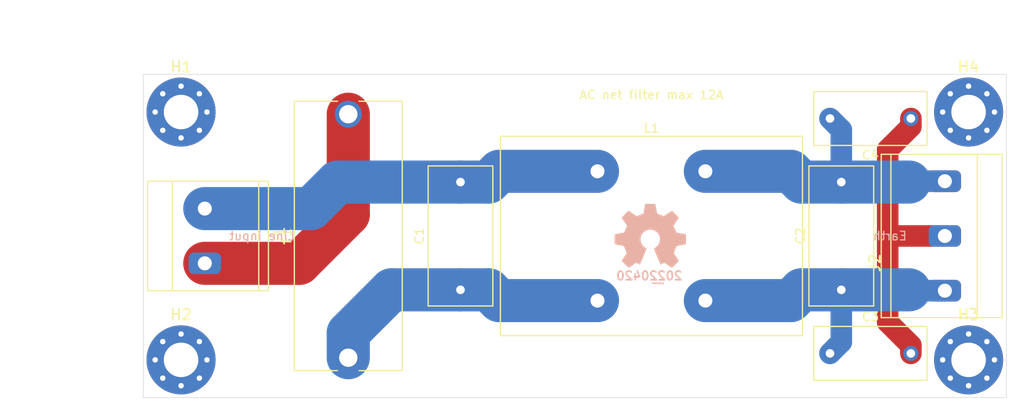
<source format=kicad_pcb>
(kicad_pcb (version 20211014) (generator pcbnew)
  (layers (0 "F.Cu" signal) (31 "B.Cu" signal) (34 "B.Paste" user) (35 "F.Paste" user) (36 "B.SilkS" user "B.Silkscreen") (37 "F.SilkS" user "F.Silkscreen") (38 "B.Mask" user) (39 "F.Mask" user) (44 "Edge.Cuts" user))
  (net 0 "")
  (net 1 "Net-(C1-Pad2)")
  (net 2 "Net-(C1-Pad1)")
  (net 3 "Net-(C2-Pad2)")
  (net 4 "Net-(C2-Pad1)")
  (net 5 "/Earth")
  (net 6 "Net-(F1-Pad2)")
  (footprint "SquantorRcl:C-100-060X130-film" (layer "F.Cu") (at 139.4 75 90)
    (fp_text reference "C1" (at 0 -3.8 90) (layer "F.SilkS") (effects (font (size 0.8 0.8) (thickness 0.12))))
    (fp_text value "X2")
    (fp_line (start 6.5 -3) (end 6.5 3) (layer "F.SilkS") (width 0.12))
    (fp_line (start -6.5 -3) (end 6.5 -3) (layer "F.SilkS") (width 0.12))
    (fp_line (start 6.5 3) (end -6.5 3) (layer "F.SilkS") (width 0.12))
    (fp_line (start -6.5 3) (end -6.5 -3) (layer "F.SilkS") (width 0.12))
    (pad "1" thru_hole circle locked (at -5 0 90) (size 1.3 1.3) (drill 0.8) (layers *.Cu *.Mask) (net 2 "Net-(C1-Pad1)"))
    (pad "2" thru_hole circle locked (at 5 0 90) (size 1.3 1.3) (drill 0.8) (layers *.Cu *.Mask) (net 1 "Net-(C1-Pad2)"))
  )
  (footprint "SquantorRcl:C-100-060X130-film" (layer "F.Cu") (at 174.7 75 90)
    (fp_text reference "C2" (at 0 -3.8 90) (layer "F.SilkS") (effects (font (size 0.8 0.8) (thickness 0.12))))
    (fp_text value "X2")
    (fp_line (start -6.5 3) (end -6.5 -3) (layer "F.SilkS") (width 0.12))
    (fp_line (start 6.5 3) (end -6.5 3) (layer "F.SilkS") (width 0.12))
    (fp_line (start 6.5 -3) (end 6.5 3) (layer "F.SilkS") (width 0.12))
    (fp_line (start -6.5 -3) (end 6.5 -3) (layer "F.SilkS") (width 0.12))
    (pad "1" thru_hole circle locked (at -5 0 90) (size 1.3 1.3) (drill 0.8) (layers *.Cu *.Mask) (net 4 "Net-(C2-Pad1)"))
    (pad "2" thru_hole circle locked (at 5 0 90) (size 1.3 1.3) (drill 0.8) (layers *.Cu *.Mask) (net 3 "Net-(C2-Pad2)"))
  )
  (footprint "SquantorRcl:C-075-050X105-disc" (layer "F.Cu") (at 177.4 85.9)
    (fp_text reference "C3" (at 0 -3.4) (layer "F.SilkS") (effects (font (size 0.8 0.8) (thickness 0.12))))
    (fp_text value "Y2")
    (fp_line (start -5.25 2.5) (end -5.25 -2.5) (layer "F.SilkS") (width 0.12))
    (fp_line (start 5.25 2.5) (end -5.25 2.5) (layer "F.SilkS") (width 0.12))
    (fp_line (start 5.25 -2.5) (end 5.25 2.5) (layer "F.SilkS") (width 0.12))
    (fp_line (start -5.25 -2.5) (end 5.25 -2.5) (layer "F.SilkS") (width 0.12))
    (pad "1" thru_hole circle locked (at -3.75 0) (size 1.4 1.4) (drill 0.8) (layers *.Cu *.Mask) (net 4 "Net-(C2-Pad1)"))
    (pad "2" thru_hole circle locked (at 3.75 0) (size 1.4 1.4) (drill 0.8) (layers *.Cu *.Mask) (net 5 "/Earth"))
  )
  (footprint "SquantorRcl:C-075-050X105-disc" (layer "F.Cu") (at 177.4 64.1 180)
    (fp_text reference "C4" (at 0 -3.4) (layer "F.SilkS") (effects (font (size 0.8 0.8) (thickness 0.12))))
    (fp_text value "Y2")
    (fp_line (start -5.25 2.5) (end -5.25 -2.5) (layer "F.SilkS") (width 0.12))
    (fp_line (start 5.25 2.5) (end -5.25 2.5) (layer "F.SilkS") (width 0.12))
    (fp_line (start -5.25 -2.5) (end 5.25 -2.5) (layer "F.SilkS") (width 0.12))
    (fp_line (start 5.25 -2.5) (end 5.25 2.5) (layer "F.SilkS") (width 0.12))
    (pad "1" thru_hole circle locked (at -3.75 0 180) (size 1.4 1.4) (drill 0.8) (layers *.Cu *.Mask) (net 5 "/Earth"))
    (pad "2" thru_hole circle locked (at 3.75 0 180) (size 1.4 1.4) (drill 0.8) (layers *.Cu *.Mask) (net 3 "Net-(C2-Pad2)"))
  )
  (footprint "SquantorPhoenixContact:MKDS_2conn_508pitch_1711725" (layer "F.Cu") (at 115.7 75 -90)
    (fp_text reference "J1" (at 0 -6.9 90) (layer "F.SilkS"))
    (fp_text value "Conn_01x02")
    (fp_line (start -5.08 3) (end 5.08 3) (layer "F.SilkS") (width 0.12))
    (fp_line (start -5.08 -5) (end 5.08 -5) (layer "F.SilkS") (width 0.12))
    (fp_line (start -5.08 -5.9) (end -5.08 5.3) (layer "F.SilkS") (width 0.12))
    (fp_line (start -5.08 5.3) (end 5.08 5.3) (layer "F.SilkS") (width 0.12))
    (fp_line (start 5.08 -5.9) (end -5.08 -5.9) (layer "F.SilkS") (width 0.12))
    (fp_line (start 5.08 5.3) (end 5.08 -5.9) (layer "F.SilkS") (width 0.12))
    (pad "1" thru_hole roundrect locked (at -2.54 0 270) (size 2 3) (drill 1.3) (layers *.Cu *.Mask) (net 1 "Net-(C1-Pad2)"))
    (pad "2" thru_hole roundrect locked (at 2.54 0 270) (size 2 3) (drill 1.3) (layers *.Cu *.Mask) (net 6 "Net-(F1-Pad2)"))
  )
  (footprint "SquantorPhoenixContact:MKDS_3conn_508pitch_1711725" (layer "F.Cu") (at 184.3 75 90)
    (fp_text reference "J2" (at -2.5 -6.5 90) (layer "F.SilkS"))
    (fp_text value "Conn_01x03")
    (fp_line (start -7.58 -5) (end 7.58 -5) (layer "F.SilkS") (width 0.12))
    (fp_line (start 7.58 5.3) (end 7.58 -5.9) (layer "F.SilkS") (width 0.12))
    (fp_line (start -7.58 5.3) (end 7.58 5.3) (layer "F.SilkS") (width 0.12))
    (fp_line (start -7.58 3) (end 7.58 3) (layer "F.SilkS") (width 0.12))
    (fp_line (start 7.58 -5.9) (end -7.58 -5.9) (layer "F.SilkS") (width 0.12))
    (fp_line (start -7.58 -5.9) (end -7.58 5.3) (layer "F.SilkS") (width 0.12))
    (pad "1" thru_hole roundrect locked (at -5.08 0 90) (size 2 3) (drill 1.3) (layers *.Cu *.Mask) (net 4 "Net-(C2-Pad1)"))
    (pad "2" thru_hole roundrect locked (at 0 0 90) (size 2 3) (drill 1.3) (layers *.Cu *.Mask) (net 5 "/Earth"))
    (pad "3" thru_hole roundrect locked (at 5.08 0 90) (size 2 3) (drill 1.3) (layers *.Cu *.Mask) (net 3 "Net-(C2-Pad2)"))
  )
  (footprint "SquantorRcl:F-FH1-200C" (layer "F.Cu") (at 129 75 90)
    (fp_text reference "F1" (at 0 -5.7 90) (layer "F.SilkS") (effects (font (size 0.8 0.8) (thickness 0.12))))
    (fp_text value "Fuse")
    (fp_line (start 12.5 5) (end 12.5 1) (layer "F.SilkS") (width 0.12))
    (fp_line (start 12.5 -5) (end 12.5 -1) (layer "F.SilkS") (width 0.12))
    (fp_line (start -12.5 5) (end -12.5 1) (layer "F.SilkS") (width 0.12))
    (fp_line (start -12.5 -5) (end 12.5 -5) (layer "F.SilkS") (width 0.12))
    (fp_line (start 12.5 5) (end -12.5 5) (layer "F.SilkS") (width 0.12))
    (fp_line (start -12.5 -5) (end -12.5 -1) (layer "F.SilkS") (width 0.12))
    (pad "1" thru_hole circle locked (at -11.3 0 90) (size 2.5 2.5) (drill 1.7) (layers *.Cu *.Mask) (net 2 "Net-(C1-Pad1)"))
    (pad "2" thru_hole circle locked (at 11.3 0 90) (size 2.5 2.5) (drill 1.7) (layers *.Cu *.Mask) (net 6 "Net-(F1-Pad2)"))
  )
  (footprint "SquantorWurth:LC-744844221" (layer "F.Cu") (at 157.1 75)
    (fp_text reference "L1" (at 0 -10) (layer "F.SilkS") (effects (font (size 0.8 0.8) (thickness 0.12))))
    (fp_text value "744844221")
    (fp_line (start 14 9.25) (end 14 -9.25) (layer "F.SilkS") (width 0.12))
    (fp_line (start 14 -9.25) (end -14 -9.25) (layer "F.SilkS") (width 0.12))
    (fp_line (start -14 -9.25) (end -14 9.25) (layer "F.SilkS") (width 0.12))
    (fp_line (start -14 9.25) (end 14 9.25) (layer "F.SilkS") (width 0.12))
    (pad "1" thru_hole circle locked (at -5 6) (size 2 2) (drill 1.3) (layers *.Cu *.Mask) (net 2 "Net-(C1-Pad1)"))
    (pad "2" thru_hole circle locked (at -5 -6) (size 2 2) (drill 1.3) (layers *.Cu *.Mask) (net 1 "Net-(C1-Pad2)"))
    (pad "3" thru_hole circle locked (at 5 -6) (size 2 2) (drill 1.3) (layers *.Cu *.Mask) (net 3 "Net-(C2-Pad2)"))
    (pad "4" thru_hole circle locked (at 5 6) (size 2 2) (drill 1.3) (layers *.Cu *.Mask) (net 4 "Net-(C2-Pad1)"))
  )
  (footprint "MountingHole:MountingHole_3.2mm_M3_Pad_Via" (layer "F.Cu") (at 113.5 63.5)
    (fp_text reference "H1" (at 0 -4.2) (layer "F.SilkS"))
    (fp_text value "MountingHole")
    (pad "1" thru_hole circle locked (at 0 0) (size 6.4 6.4) (drill 3.2) (layers *.Cu *.Mask))
    (pad "1" thru_hole circle locked (at 2.4 0) (size 0.8 0.8) (drill 0.5) (layers *.Cu *.Mask))
    (pad "1" thru_hole circle locked (at 1.697056 -1.697056) (size 0.8 0.8) (drill 0.5) (layers *.Cu *.Mask))
    (pad "1" thru_hole circle locked (at 1.697056 1.697056) (size 0.8 0.8) (drill 0.5) (layers *.Cu *.Mask))
    (pad "1" thru_hole circle locked (at 0 -2.4) (size 0.8 0.8) (drill 0.5) (layers *.Cu *.Mask))
    (pad "1" thru_hole circle locked (at -1.697056 -1.697056) (size 0.8 0.8) (drill 0.5) (layers *.Cu *.Mask))
    (pad "1" thru_hole circle locked (at -1.697056 1.697056) (size 0.8 0.8) (drill 0.5) (layers *.Cu *.Mask))
    (pad "1" thru_hole circle locked (at 0 2.4) (size 0.8 0.8) (drill 0.5) (layers *.Cu *.Mask))
    (pad "1" thru_hole circle locked (at -2.4 0) (size 0.8 0.8) (drill 0.5) (layers *.Cu *.Mask))
  )
  (footprint "MountingHole:MountingHole_3.2mm_M3_Pad_Via" (layer "F.Cu") (at 113.5 86.5)
    (fp_text reference "H2" (at 0 -4.2) (layer "F.SilkS"))
    (fp_text value "MountingHole")
    (pad "1" thru_hole circle locked (at 0 2.4) (size 0.8 0.8) (drill 0.5) (layers *.Cu *.Mask))
    (pad "1" thru_hole circle locked (at 1.697056 1.697056) (size 0.8 0.8) (drill 0.5) (layers *.Cu *.Mask))
    (pad "1" thru_hole circle locked (at 1.697056 -1.697056) (size 0.8 0.8) (drill 0.5) (layers *.Cu *.Mask))
    (pad "1" thru_hole circle locked (at -1.697056 -1.697056) (size 0.8 0.8) (drill 0.5) (layers *.Cu *.Mask))
    (pad "1" thru_hole circle locked (at -1.697056 1.697056) (size 0.8 0.8) (drill 0.5) (layers *.Cu *.Mask))
    (pad "1" thru_hole circle locked (at 2.4 0) (size 0.8 0.8) (drill 0.5) (layers *.Cu *.Mask))
    (pad "1" thru_hole circle locked (at 0 -2.4) (size 0.8 0.8) (drill 0.5) (layers *.Cu *.Mask))
    (pad "1" thru_hole circle locked (at 0 0) (size 6.4 6.4) (drill 3.2) (layers *.Cu *.Mask))
    (pad "1" thru_hole circle locked (at -2.4 0) (size 0.8 0.8) (drill 0.5) (layers *.Cu *.Mask))
  )
  (footprint "MountingHole:MountingHole_3.2mm_M3_Pad_Via" (layer "F.Cu") (at 186.5 86.5)
    (fp_text reference "H3" (at 0 -4.2) (layer "F.SilkS"))
    (fp_text value "MountingHole")
    (pad "1" thru_hole circle locked (at 2.4 0) (size 0.8 0.8) (drill 0.5) (layers *.Cu *.Mask))
    (pad "1" thru_hole circle locked (at 0 0) (size 6.4 6.4) (drill 3.2) (layers *.Cu *.Mask))
    (pad "1" thru_hole circle locked (at -2.4 0) (size 0.8 0.8) (drill 0.5) (layers *.Cu *.Mask))
    (pad "1" thru_hole circle locked (at 0 -2.4) (size 0.8 0.8) (drill 0.5) (layers *.Cu *.Mask))
    (pad "1" thru_hole circle locked (at -1.697056 -1.697056) (size 0.8 0.8) (drill 0.5) (layers *.Cu *.Mask))
    (pad "1" thru_hole circle locked (at 0 2.4) (size 0.8 0.8) (drill 0.5) (layers *.Cu *.Mask))
    (pad "1" thru_hole circle locked (at -1.697056 1.697056) (size 0.8 0.8) (drill 0.5) (layers *.Cu *.Mask))
    (pad "1" thru_hole circle locked (at 1.697056 -1.697056) (size 0.8 0.8) (drill 0.5) (layers *.Cu *.Mask))
    (pad "1" thru_hole circle locked (at 1.697056 1.697056) (size 0.8 0.8) (drill 0.5) (layers *.Cu *.Mask))
  )
  (footprint "MountingHole:MountingHole_3.2mm_M3_Pad_Via" (layer "F.Cu") (at 186.5 63.5)
    (fp_text reference "H4" (at 0 -4.2) (layer "F.SilkS"))
    (fp_text value "MountingHole")
    (pad "1" thru_hole circle locked (at 0 0) (size 6.4 6.4) (drill 3.2) (layers *.Cu *.Mask))
    (pad "1" thru_hole circle locked (at 2.4 0) (size 0.8 0.8) (drill 0.5) (layers *.Cu *.Mask))
    (pad "1" thru_hole circle locked (at -1.697056 1.697056) (size 0.8 0.8) (drill 0.5) (layers *.Cu *.Mask))
    (pad "1" thru_hole circle locked (at 0 2.4) (size 0.8 0.8) (drill 0.5) (layers *.Cu *.Mask))
    (pad "1" thru_hole circle locked (at 0 -2.4) (size 0.8 0.8) (drill 0.5) (layers *.Cu *.Mask))
    (pad "1" thru_hole circle locked (at 1.697056 1.697056) (size 0.8 0.8) (drill 0.5) (layers *.Cu *.Mask))
    (pad "1" thru_hole circle locked (at 1.697056 -1.697056) (size 0.8 0.8) (drill 0.5) (layers *.Cu *.Mask))
    (pad "1" thru_hole circle locked (at -1.697056 -1.697056) (size 0.8 0.8) (drill 0.5) (layers *.Cu *.Mask))
    (pad "1" thru_hole circle locked (at -2.4 0) (size 0.8 0.8) (drill 0.5) (layers *.Cu *.Mask))
  )
  (footprint "SquantorLabels:Label_Generic" (layer "B.Cu") (at 157.7 78.8 180)
    (fp_text reference "N1" hide)
    (fp_text value "20220420" (at 0.8 0.1) (layer "B.SilkS") (effects (font (size 0.8 0.8)) (justify mirror)))
    (fp_line (start -0.5 -0.6) (end 0.5 -0.6) (layer "B.SilkS") (width 0.15))
  )
  (footprint "Symbol:OSHW-Symbol_6.7x6mm_SilkScreen" (layer "B.Cu") (at 157 75 180)
    (fp_text reference "N2" hide)
    (fp_text value "OHWLOGO" hide)
    (fp_poly (pts (xy 0.555814 2.531069) (xy 0.639635 2.086445) (xy 0.94892 1.958947) (xy 1.258206 1.831449) (xy 1.629246 2.083754) (xy 1.733157 2.154004) (xy 1.827087 2.216728) (xy 1.906652 2.269062) (xy 1.96747 2.308143) (xy 2.005157 2.331107) (xy 2.015421 2.336058) (xy 2.03391 2.323324) (xy 2.07342 2.288118) (xy 2.129522 2.234938) (xy 2.197787 2.168282) (xy 2.273786 2.092646) (xy 2.353092 2.012528) (xy 2.431275 1.932426) (xy 2.503907 1.856836) (xy 2.566559 1.790255) (xy 2.614803 1.737182) (xy 2.64421 1.702113) (xy 2.651241 1.690377) (xy 2.641123 1.66874) (xy 2.612759 1.621338) (xy 2.569129 1.552807) (xy 2.513218 1.467785) (xy 2.448006 1.370907) (xy 2.410219 1.31565) (xy 2.341343 1.214752) (xy 2.28014 1.123701) (xy 2.229578 1.04703) (xy 2.192628 0.989272) (xy 2.172258 0.954957) (xy 2.169197 0.947746) (xy 2.176136 0.927252) (xy 2.195051 0.879487) (xy 2.223087 0.811168) (xy 2.257391 0.729011) (xy 2.295109 0.63973) (xy 2.333387 0.550042) (xy 2.36937 0.466662) (xy 2.400206 0.396306) (xy 2.423039 0.34569) (xy 2.435017 0.321529) (xy 2.435724 0.320578) (xy 2.454531 0.315964) (xy 2.504618 0.305672) (xy 2.580793 0.290713) (xy 2.677865 0.272099) (xy 2.790643 0.250841) (xy 2.856442 0.238582) (xy 2.97695 0.215638) (xy 3.085797 0.193805) (xy 3.177476 0.174278) (xy 3.246481 0.158252) (xy 3.287304 0.146921) (xy 3.295511 0.143326) (xy 3.303548 0.118994) (xy 3.310033 0.064041) (xy 3.31497 -0.015108) (xy 3.318364 -0.112026) (xy 3.320218 -0.220287) (xy 3.320538 -0.333465) (xy 3.319327 -0.445135) (xy 3.31659 -0.548868) (xy 3.312331 -0.638241) (xy 3.306555 -0.706826) (xy 3.299267 -0.748197) (xy 3.294895 -0.75681) (xy 3.268764 -0.767133) (xy 3.213393 -0.781892) (xy 3.136107 -0.799352) (xy 3.04423 -0.81778) (xy 3.012158 -0.823741) (xy 2.857524 -0.852066) (xy 2.735375 -0.874876) (xy 2.641673 -0.89308) (xy 2.572384 -0.907583) (xy 2.523471 -0.919292) (xy 2.490897 -0.929115) (xy 2.470628 -0.937956) (xy 2.458626 -0.946724) (xy 2.456947 -0.948457) (xy 2.440184 -0.976371) (xy 2.414614 -1.030695) (xy 2.382788 -1.104777) (xy 2.34726 -1.191965) (xy 2.310583 -1.285608) (xy 2.275311 -1.379052) (xy 2.243996 -1.465647) (xy 2.219193 -1.53874) (xy 2.203454 -1.591678) (xy 2.199332 -1.617811) (xy 2.199676 -1.618726) (xy 2.213641 -1.640086) (xy 2.245322 -1.687084) (xy 2.291391 -1.754827) (xy 2.348518 -1.838423) (xy 2.413373 -1.932982) (xy 2.431843 -1.959854) (xy 2.497699 -2.057275) (xy 2.55565 -2.146163) (xy 2.602538 -2.221412) (xy 2.635207 -2.27792) (xy 2.6505 -2.310581) (xy 2.651241 -2.314593) (xy 2.638392 -2.335684) (xy 2.602888 -2.377464) (xy 2.549293 -2.435445) (xy 2.482171 -2.505135) (xy 2.406087 -2.582045) (xy 2.325604 -2.661683) (xy 2.245287 -2.739561) (xy 2.169699 -2.811186) (xy 2.103405 -2.87207) (xy 2.050969 -2.917721) (xy 2.016955 -2.94365) (xy 2.007545 -2.947883) (xy 1.985643 -2.937912) (xy 1.9408 -2.91102) (xy 1.880321 -2.871736) (xy 1.833789 -2.840117) (xy 1.749475 -2.782098) (xy 1.649626 -2.713784) (xy 1.549473 -2.645579) (xy 1.495627 -2.609075) (xy 1.313371 -2.4858) (xy 1.160381 -2.56852) (xy 1.090682 -2.604759) (xy 1.031414 -2.632926) (xy 0.991311 -2.648991) (xy 0.981103 -2.651226) (xy 0.968829 -2.634722) (xy 0.944613 -2.588082) (xy 0.910263 -2.515609) (xy 0.867588 -2.421606) (xy 0.818394 -2.310374) (xy 0.76449 -2.186215) (xy 0.707684 -2.053432) (xy 0.649782 -1.916327) (xy 0.592593 -1.779202) (xy 0.537924 -1.646358) (xy 0.487584 -1.522098) (xy 0.44338 -1.410725) (xy 0.407119 -1.316539) (xy 0.380609 -1.243844) (xy 0.365658 -1.196941) (xy 0.363254 -1.180833) (xy 0.382311 -1.160286) (xy 0.424036 -1.126933) (xy 0.479706 -1.087702) (xy 0.484378 -1.084599) (xy 0.628264 -0.969423) (xy 0.744283 -0.835053) (xy 0.83143 -0.685784) (xy 0.888699 -0.525913) (xy 0.915086 -0.359737) (xy 0.909585 -0.191552) (xy 0.87119 -0.025655) (xy 0.798895 0.133658) (xy 0.777626 0.168513) (xy 0.666996 0.309263) (xy 0.536302 0.422286) (xy 0.390064 0.506997) (xy 0.232808 0.562806) (xy 0.069057 0.589126) (xy -0.096667 0.58537) (xy -0.259838 0.55095) (xy -0.415935 0.485277) (xy -0.560433 0.387765) (xy -0.605131 0.348187) (xy -0.718888 0.224297) (xy -0.801782 0.093876) (xy -0.858644 -0.052315) (xy -0.890313 -0.197088) (xy -0.898131 -0.35986) (xy -0.872062 -0.52344) (xy -0.814755 -0.682298) (xy -0.728856 -0.830906) (xy -0.617014 -0.963735) (xy -0.481877 -1.075256) (xy -0.464117 -1.087011) (xy -0.40785 -1.125508) (xy -0.365077 -1.158863) (xy -0.344628 -1.18016) (xy -0.344331 -1.180833) (xy -0.348721 -1.203871) (xy -0.366124 -1.256157) (xy -0.394732 -1.33339) (xy -0.432735 -1.431268) (xy -0.478326 -1.545491) (xy -0.529697 -1.671758) (xy -0.585038 -1.805767) (xy -0.642542 -1.943218) (xy -0.700399 -2.079808) (xy -0.756802 -2.211237) (xy -0.809942 -2.333205) (xy -0.85801 -2.441409) (xy -0.899199 -2.531549) (xy -0.931699 -2.599323) (xy -0.953703 -2.64043) (xy -0.962564 -2.651226) (xy -0.98964 -2.642819) (xy -1.040303 -2.620272) (xy -1.105817 -2.587613) (xy -1.141841 -2.56852) (xy -1.294832 -2.4858) (xy -1.477088 -2.609075) (xy -1.570125 -2.672228) (xy -1.671985 -2.741727) (xy -1.767438 -2.807165) (xy -1.81525 -2.840117) (xy -1.882495 -2.885273) (xy -1.939436 -2.921057) (xy -1.978646 -2.942938) (xy -1.991381 -2.947563) (xy -2.009917 -2.935085) (xy -2.050941 -2.900252) (xy -2.110475 -2.846678) (xy -2.184542 -2.777983) (xy -2.269165 -2.697781) (xy -2.322685 -2.646286) (xy -2.416319 -2.554286) (xy -2.497241 -2.471999) (xy -2.562177 -2.402945) (xy -2.607858 -2.350644) (xy -2.631011 -2.318616) (xy -2.633232 -2.312116) (xy -2.622924 -2.287394) (xy -2.594439 -2.237405) (xy -2.550937 -2.167212) (xy -2.495577 -2.081875) (xy -2.43152 -1.986456) (xy -2.413303 -1.959854) (xy -2.346927 -1.863167) (xy -2.287378 -1.776117) (xy -2.237984 -1.703595) (xy -2.202075 -1.650493) (xy -2.182981 -1.621703) (xy -2.181136 -1.618726) (xy -2.183895 -1.595782) (xy -2.198538 -1.545336) (xy -2.222513 -1.474041) (xy -2.253266 -1.388547) (xy -2.288244 -1.295507) (xy -2.324893 -1.201574) (xy -2.360661 -1.113399) (xy -2.392994 -1.037634) (xy -2.419338 -0.980931) (xy -2.437142 -0.949943) (xy -2.438407 -0.948457) (xy -2.449294 -0.939601) (xy -2.467682 -0.930843) (xy -2.497606 -0.921277) (xy -2.543103 -0.909996) (xy -2.608209 -0.896093) (xy -2.696961 -0.878663) (xy -2.813393 -0.856798) (xy -2.961542 -0.829591) (xy -2.993618 -0.823741) (xy -3.088686 -0.805374) (xy -3.171565 -0.787405) (xy -3.23493 -0.771569) (xy -3.271458 -0.7596) (xy -3.276356 -0.75681) (xy -3.284427 -0.732072) (xy -3.290987 -0.67679) (xy -3.296033 -0.597389) (xy -3.299559 -0.500296) (xy -3.301561 -0.391938) (xy -3.302036 -0.27874) (xy -3.300977 -0.167128) (xy -3.298382 -0.063529) (xy -3.294246 0.025632) (xy -3.288563 0.093928) (xy -3.281331 0.134934) (xy -3.276971 0.143326) (xy -3.252698 0.151792) (xy -3.197426 0.165565) (xy -3.116662 0.18345) (xy -3.015912 0.204252) (xy -2.900683 0.226777) (xy -2.837902 0.238582) (xy -2.718787 0.260849) (xy -2.612565 0.281021) (xy -2.524427 0.298085) (xy -2.459566 0.311031) (xy -2.423174 0.318845) (xy -2.417184 0.320578) (xy -2.407061 0.34011) (xy -2.385662 0.387157) (xy -2.355839 0.454997) (xy -2.320445 0.536909) (xy -2.282332 0.626172) (xy -2.244353 0.716065) (xy -2.20936 0.799865) (xy -2.180206 0.870853) (xy -2.159743 0.922306) (xy -2.150823 0.947503) (xy -2.150657 0.948604) (xy -2.160769 0.968481) (xy -2.189117 1.014223) (xy -2.232723 1.081283) (xy -2.288606 1.165116) (xy -2.353787 1.261174) (xy -2.391679 1.31635) (xy -2.460725 1.417519) (xy -2.52205 1.50937) (xy -2.572663 1.587256) (xy -2.609571 1.646531) (xy -2.629782 1.682549) (xy -2.632701 1.690623) (xy -2.620153 1.709416) (xy -2.585463 1.749543) (xy -2.533063 1.806507) (xy -2.467384 1.875815) (xy -2.392856 1.952969) (xy -2.313913 2.033475) (xy -2.234983 2.112837) (xy -2.1605 2.18656) (xy -2.094894 2.250148) (xy -2.042596 2.299106) (xy -2.008039 2.328939) (xy -1.996478 2.336058) (xy -1.977654 2.326047) (xy -1.932631 2.297922) (xy -1.865787 2.254546) (xy -1.781499 2.198782) (xy -1.684144 2.133494) (xy -1.610707 2.083754) (xy -1.239667 1.831449) (xy -0.621095 2.086445) (xy -0.537275 2.531069) (xy -0.453454 2.975693) (xy 0.471994 2.975693) (xy 0.555814 2.531069)) (layer "B.SilkS") (width 0.01) (fill solid))
  )
  (gr_line (start 110 90) (end 190 90) (layer "Edge.Cuts") (width 0.05))
  (gr_line (start 190 60) (end 110 60) (layer "Edge.Cuts") (width 0.05))
  (gr_line (start 190 90) (end 190 60) (layer "Edge.Cuts") (width 0.05))
  (gr_line (start 110 60) (end 110 90) (layer "Edge.Cuts") (width 0.05))
  (gr_text "Line input" (at 121 75) (layer "B.SilkS") (effects (font (size 0.8 0.8) (thickness 0.12)) (justify mirror)))
  (gr_text "Earth" (at 179.2 75) (layer "B.SilkS") (effects (font (size 0.8 0.8) (thickness 0.12)) (justify mirror)))
  (gr_text "AC net filter max 12A" (at 157.1 61.9) (layer "F.SilkS") (effects (font (size 0.8 0.8) (thickness 0.12))))
  (segment (start 115.7 72.46) (end 125.54 72.46) (width 4) (layer "B.Cu") (net 1))
  (segment (start 128 70) (end 139.4 70) (width 4) (layer "B.Cu") (net 1))
  (segment (start 125.54 72.46) (end 128 70) (width 4) (layer "B.Cu") (net 1))
  (segment (start 142 70) (end 143 69) (width 4) (layer "B.Cu") (net 1))
  (segment (start 139.4 70) (end 142 70) (width 4) (layer "B.Cu") (net 1))
  (segment (start 143 69) (end 152.1 69) (width 4) (layer "B.Cu") (net 1))
  (segment (start 133 80) (end 139.4 80) (width 4) (layer "B.Cu") (net 2))
  (segment (start 129 84) (end 133 80) (width 4) (layer "B.Cu") (net 2))
  (segment (start 142 80) (end 143 81) (width 4) (layer "B.Cu") (net 2))
  (segment (start 129 86.3) (end 129 84) (width 4) (layer "B.Cu") (net 2))
  (segment (start 143 81) (end 152.1 81) (width 4) (layer "B.Cu") (net 2))
  (segment (start 139.4 80) (end 142 80) (width 4) (layer "B.Cu") (net 2))
  (segment (start 171 70) (end 174.7 70) (width 4) (layer "B.Cu") (net 3))
  (segment (start 174.7 65.15) (end 173.65 64.1) (width 2) (layer "B.Cu") (net 3))
  (segment (start 162.1 69) (end 170 69) (width 4) (layer "B.Cu") (net 3))
  (segment (start 174.7 70) (end 174.7 65.15) (width 2) (layer "B.Cu") (net 3))
  (segment (start 184.3 69.92) (end 181.08 69.92) (width 2) (layer "B.Cu") (net 3))
  (segment (start 170 69) (end 171 70) (width 4) (layer "B.Cu") (net 3))
  (segment (start 174.7 70) (end 181 70) (width 4) (layer "B.Cu") (net 3))
  (segment (start 181.08 69.92) (end 181 70) (width 2) (layer "B.Cu") (net 3))
  (segment (start 162.1 81) (end 170 81) (width 4) (layer "B.Cu") (net 4))
  (segment (start 171 80) (end 174.7 80) (width 4) (layer "B.Cu") (net 4))
  (segment (start 181.08 80.08) (end 181 80) (width 2) (layer "B.Cu") (net 4))
  (segment (start 184.3 80.08) (end 181.08 80.08) (width 2) (layer "B.Cu") (net 4))
  (segment (start 170 81) (end 171 80) (width 4) (layer "B.Cu") (net 4))
  (segment (start 174.7 80) (end 174.7 84.85) (width 2) (layer "B.Cu") (net 4))
  (segment (start 174.7 84.85) (end 173.65 85.9) (width 2) (layer "B.Cu") (net 4))
  (segment (start 174.7 80) (end 181 80) (width 4) (layer "B.Cu") (net 4))
  (segment (start 181.15 64.85) (end 181.15 64.1) (width 2) (layer "F.Cu") (net 5))
  (segment (start 179 67) (end 181.15 64.85) (width 2) (layer "F.Cu") (net 5))
  (segment (start 181.15 85.15) (end 179 83) (width 2) (layer "F.Cu") (net 5))
  (segment (start 179 75) (end 179 67) (width 2) (layer "F.Cu") (net 5))
  (segment (start 179 83) (end 179 75) (width 2) (layer "F.Cu") (net 5))
  (segment (start 184.3 75) (end 179 75) (width 2) (layer "F.Cu") (net 5))
  (segment (start 181.15 85.9) (end 181.15 85.15) (width 2) (layer "F.Cu") (net 5))
  (segment (start 115.7 77.54) (end 124.46 77.54) (width 4) (layer "F.Cu") (net 6))
  (segment (start 124.46 77.54) (end 129 73) (width 4) (layer "F.Cu") (net 6))
  (segment (start 129 73) (end 129 63.7) (width 4) (layer "F.Cu") (net 6))
)
</source>
